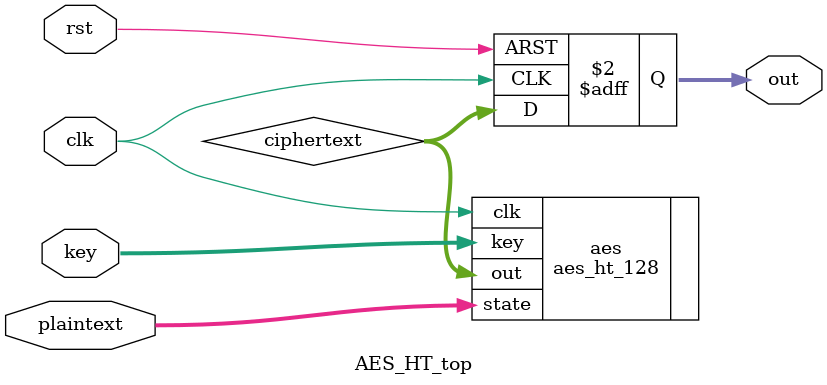
<source format=v>
`timescale 1ns / 1ps

module AES_HT_top (
    input clk,
    input rst,
    input [127:0] plaintext,
    input [127:0] key,
    output reg [127:0] out
);

    wire [127:0] ciphertext;
    // reg [9:0] cycle_count;
    // wire en = plaintext[127] & plaintext[119];

    // assign en = plaintext[127] & plaintext[119];

    aes_ht_128 aes (
        .clk(clk),
        // .en(en),
        .state(plaintext),
        .key(key),
        .out(ciphertext)
    );

    always @(posedge clk or posedge rst) begin
        if (rst) begin
            out <= {128{1'bx}};  
            // cycle_count = 10'b0000000000;
            // en <= plaintext[127] & plaintext[119];
        end 
        else begin
            // cycle_count = cycle_count + 1;
            // en <= plaintext[127] & plaintext[119];
            out <= ciphertext;  
        end
    end

endmodule
</source>
